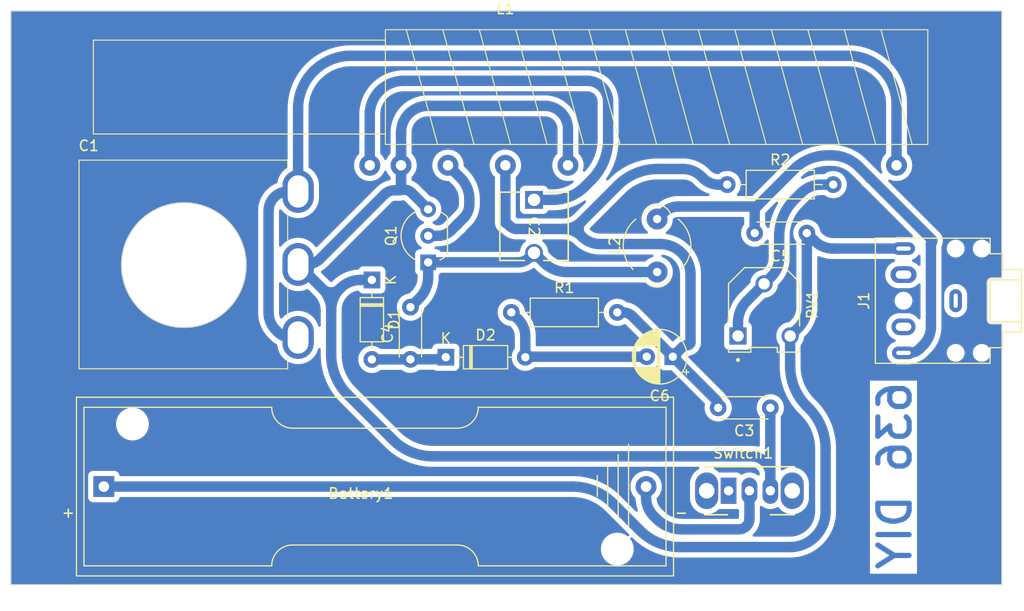
<source format=kicad_pcb>
(kicad_pcb (version 20221018) (generator pcbnew)
  (layers (0 "F.Cu" signal) (31 "B.Cu" signal) (34 "B.Paste" user) (35 "F.Paste" user) (36 "B.SilkS" user "B.Silkscreen") (37 "F.SilkS" user "F.Silkscreen") (38 "B.Mask" user) (39 "F.Mask" user) (44 "Edge.Cuts" user))
  (net 0 "")
  (net 1 "Net-(Battery1-+)")
  (net 2 "Net-(Battery1--)")
  (net 3 "Net-(C2-Pad1)")
  (net 4 "Net-(Q1-C)")
  (net 5 "GND")
  (net 6 "Net-(C3-Pad2)")
  (net 7 "Net-(D1-A)")
  (net 8 "Net-(C5-Pad2)")
  (net 9 "Net-(D2-A)")
  (net 10 "Net-(C1-Pad1)")
  (net 11 "Net-(Q1-B)")
  (net 12 "Net-(R2-Pad2)")
  (footprint "Capacitor_THT:C_Disc_D4.3mm_W1.9mm_P5.00mm" (layer "F.Cu") (at 158.1 125.25 180)
    (fp_text reference "C3" (at 2.5 -2.2) (layer "F.SilkS"))
    (fp_text value "103")
    (pad "1" thru_hole circle (at 0 0 180) (size 1.6 1.6) (drill 0.8) (layers "*.Cu" "*.Mask") (net 5 "GND"))
    (pad "2" thru_hole circle (at 5 0 180) (size 1.6 1.6) (drill 0.8) (layers "*.Cu" "*.Mask") (net 6 "Net-(C3-Pad2)"))
  )
  (footprint "Ferrite_THT:LairdTech_28C0236-0JW-10" (layer "F.Cu") (at 147.25 112.23 90)
    (fp_text reference "L2" (at 2.54 -4.064 90) (layer "F.SilkS"))
    (fp_text value "2.2mH")
    (pad "1" thru_hole circle (at 0 0 90) (size 2 2) (drill 0.8) (layers "*.Cu" "*.Mask") (net 4 "Net-(Q1-C)"))
    (pad "2" thru_hole circle (at 5.08 0 90) (size 2 2) (drill 0.8) (layers "*.Cu" "*.Mask") (net 8 "Net-(C5-Pad2)"))
  )
  (footprint "Button_Switch_THT:SW_CuK_OS102011MA1QN1_SPDT_Angled" (layer "F.Cu") (at 154.1 133.2)
    (fp_text reference "Switch1" (at 1.4 -3.6) (layer "F.SilkS"))
    (fp_text value "SW_SPDT")
    (pad "" thru_hole oval (at -2.1 0) (size 2.2 3.5) (drill 1.5) (layers "*.Cu" "*.Mask"))
    (pad "" thru_hole oval (at 6.1 0) (size 2.2 3.5) (drill 1.5) (layers "*.Cu" "*.Mask"))
    (pad "1" thru_hole rect (at 0 0) (size 1.5 2.5) (drill 0.9) (layers "*.Cu" "*.Mask"))
    (pad "2" thru_hole oval (at 2 0) (size 1.5 2.5) (drill 0.9) (layers "*.Cu" "*.Mask") (net 2 "Net-(Battery1--)"))
    (pad "3" thru_hole oval (at 4 0) (size 1.5 2.5) (drill 0.9) (layers "*.Cu" "*.Mask") (net 5 "GND"))
  )
  (footprint "Capacitor_THT:CP_Radial_D5.0mm_P2.50mm" (layer "F.Cu") (at 148.75 120.35 180)
    (fp_text reference "C6" (at 1.25 -3.75) (layer "F.SilkS"))
    (fp_text value "10uF")
    (pad "1" thru_hole rect (at 0 0 180) (size 1.6 1.6) (drill 0.8) (layers "*.Cu" "*.Mask") (net 6 "Net-(C3-Pad2)"))
    (pad "2" thru_hole circle (at 2.5 0 180) (size 1.6 1.6) (drill 0.8) (layers "*.Cu" "*.Mask") (net 9 "Net-(D2-A)"))
  )
  (footprint "Battery:BatteryHolder_Keystone_2460_1xAA" (layer "F.Cu") (at 94.2 132.8)
    (fp_text reference "Battery1" (at 24.6428 0.661 180) (layer "F.SilkS"))
    (fp_text value "1.5V")
    (fp_text user "-" (at 55.37 2.48) (layer "F.SilkS"))
    (fp_text user "+" (at -3.4 2.48) (layer "F.SilkS"))
    (pad "" np_thru_hole circle (at 2.75 -5.995 90) (size 2.64 2.64) (drill 2.64) (layers "*.Cu" "*.Mask"))
    (pad "" np_thru_hole circle (at 49.23 5.995) (size 2.64 2.64) (drill 2.64) (layers "*.Cu" "*.Mask"))
    (pad "1" thru_hole rect (at 0 0 180) (size 2 2) (drill 1.02) (layers "*.Cu" "*.Mask") (net 1 "Net-(Battery1-+)"))
    (pad "2" thru_hole circle (at 51.99 0 180) (size 2 2) (drill 1.02) (layers "*.Cu" "*.Mask") (net 2 "Net-(Battery1--)"))
  )
  (footprint "Capacitor_THT:C_Disc_D4.3mm_W1.9mm_P5.00mm" (layer "F.Cu") (at 161.6 108.5 180)
    (fp_text reference "C5" (at 2.5 -2.2) (layer "F.SilkS"))
    (fp_text value "102")
    (pad "1" thru_hole circle (at 0 0 180) (size 1.6 1.6) (drill 0.8) (layers "*.Cu" "*.Mask") (net 1 "Net-(Battery1-+)"))
    (pad "2" thru_hole circle (at 5 0 180) (size 1.6 1.6) (drill 0.8) (layers "*.Cu" "*.Mask") (net 8 "Net-(C5-Pad2)"))
  )
  (footprint "Inductor_THT:L_CommonMode_Toroid_Vertical_L43.2mm_W22.9mm_Px17.78mm_Py30.48mm_Bourns_8100" (layer "F.Cu") (at 132.7 94.5)
    (fp_text reference "L1" (at 0 -7.5) (layer "F.SilkS"))
    (fp_text value "~")
    (pad "1" thru_hole circle (at 37.5 7.5) (size 2 2) (drill 1) (layers "*.Cu" "*.Mask") (net 10 "Net-(C1-Pad1)"))
    (pad "2" thru_hole circle (at 6 7.5) (size 2 2) (drill 1) (layers "*.Cu" "*.Mask") (net 5 "GND"))
    (pad "3" thru_hole circle (at 0 7.5) (size 2 2) (drill 1) (layers "*.Cu" "*.Mask") (net 6 "Net-(C3-Pad2)"))
    (pad "4" thru_hole circle (at -5.5 7.5) (size 2 2) (drill 1) (layers "*.Cu" "*.Mask") (net 11 "Net-(Q1-B)"))
    (pad "5" thru_hole circle (at -10 7.5) (size 2 2) (drill 1) (layers "*.Cu" "*.Mask") (net 5 "GND"))
    (pad "6" thru_hole circle (at -13 7.5) (size 2 2) (drill 1) (layers "*.Cu" "*.Mask") (net 3 "Net-(C2-Pad1)"))
  )
  (footprint "Diode_THT:D_DO-35_SOD27_P7.62mm_Horizontal" (layer "F.Cu") (at 126.99 120.4)
    (fp_text reference "D2" (at 3.81 -2.12) (layer "F.SilkS"))
    (fp_text value "1N4148")
    (fp_text user "K" (at 0 -1.8) (layer "F.SilkS"))
    (pad "1" thru_hole rect (at 0 0) (size 1.6 1.6) (drill 0.8) (layers "*.Cu" "*.Mask") (net 7 "Net-(D1-A)"))
    (pad "2" thru_hole oval (at 7.62 0) (size 1.6 1.6) (drill 0.8) (layers "*.Cu" "*.Mask") (net 9 "Net-(D2-A)"))
  )
  (footprint "Package_TO_SOT_THT:TO-92_Inline_Wide" (layer "F.Cu") (at 125.3 111.3 90)
    (fp_text reference "Q1" (at 2.54 -3.56 90) (layer "F.SilkS"))
    (fp_text value "BC547/S9014")
    (pad "1" thru_hole rect (at 0 0 90) (size 1.5 1.5) (drill 0.8) (layers "*.Cu" "*.Mask") (net 4 "Net-(Q1-C)"))
    (pad "2" thru_hole circle (at 2.54 0 90) (size 1.5 1.5) (drill 0.8) (layers "*.Cu" "*.Mask") (net 11 "Net-(Q1-B)"))
    (pad "3" thru_hole circle (at 5.08 0 90) (size 1.5 1.5) (drill 0.8) (layers "*.Cu" "*.Mask") (net 5 "GND"))
  )
  (footprint "Rotary_Encoder:RotaryEncoder_Bourns_Vertical_PEC12R-3x17F-Sxxxx" (layer "F.Cu") (at 101.8286 111.506)
    (fp_text reference "C1" (at -9.0678 -11.3792 180) (layer "F.SilkS"))
    (fp_text value "CBM-223 ")
    (pad "1" thru_hole oval (at 11 -7 90) (size 4.1 3) (drill oval 3.1 2) (layers "*.Cu" "*.Mask") (net 10 "Net-(C1-Pad1)"))
    (pad "2" thru_hole oval (at 11 0 90) (size 4.1 3) (drill oval 3.1 2) (layers "*.Cu" "*.Mask") (net 5 "GND"))
    (pad "3" thru_hole oval (at 11 7 90) (size 4.1 3) (drill oval 3.1 2) (layers "*.Cu" "*.Mask") (net 10 "Net-(C1-Pad1)"))
  )
  (footprint "radio636footprints:TRIM_3306F-1-503" (layer "F.Cu") (at 157.5 115.8625 -90)
    (fp_text reference "RV1" (at -0.525 -4.625 90) (layer "F.SilkS"))
    (fp_text value "50k")
    (pad "1" thru_hole rect (at 2.5 2.5 270) (size 1.65 1.65) (drill 1.1) (layers "*.Cu" "*.Mask") (net 12 "Net-(R2-Pad2)"))
    (pad "2" thru_hole circle (at -2.5 0 270) (size 1.65 1.65) (drill 1.1) (layers "*.Cu" "*.Mask") (net 12 "Net-(R2-Pad2)"))
    (pad "3" thru_hole circle (at 2.5 -2.5 270) (size 1.65 1.65) (drill 1.1) (layers "*.Cu" "*.Mask") (net 1 "Net-(Battery1-+)"))
  )
  (footprint "Resistor_THT:R_Axial_DIN0207_L6.3mm_D2.5mm_P10.16mm_Horizontal" (layer "F.Cu") (at 133.27 116.1)
    (fp_text reference "R1" (at 5.08 -2.37) (layer "F.SilkS"))
    (fp_text value "10K")
    (pad "1" thru_hole circle (at 0 0) (size 1.6 1.6) (drill 0.8) (layers "*.Cu" "*.Mask") (net 9 "Net-(D2-A)"))
    (pad "2" thru_hole oval (at 10.16 0) (size 1.6 1.6) (drill 0.8) (layers "*.Cu" "*.Mask") (net 6 "Net-(C3-Pad2)"))
  )
  (footprint "radio636footprints:VCAP_GKGXXX15_SGM" (layer "F.Cu") (at 135.45 105.31 -90)
    (fp_text reference "C2" (at 2.54 0 -90 unlocked) (layer "F.SilkS"))
    (fp_text value "30p")
    (pad "1" thru_hole rect (at 0 0 270) (size 1.7018 1.7018) (drill 1.1938) (layers "*.Cu" "*.Mask") (net 3 "Net-(C2-Pad1)"))
    (pad "2" thru_hole circle (at 5.08 0 270) (size 1.7018 1.7018) (drill 1.1938) (layers "*.Cu" "*.Mask") (net 4 "Net-(Q1-C)"))
  )
  (footprint "Diode_THT:D_DO-35_SOD27_P7.62mm_Horizontal" (layer "F.Cu") (at 119.9 112.99 -90)
    (fp_text reference "D1" (at 3.81 -2.12 90) (layer "F.SilkS"))
    (fp_text value "1N4148")
    (fp_text user "K" (at 0 -1.8 90) (layer "F.SilkS"))
    (pad "1" thru_hole rect (at 0 0 270) (size 1.6 1.6) (drill 0.8) (layers "*.Cu" "*.Mask") (net 5 "GND"))
    (pad "2" thru_hole oval (at 7.62 0 270) (size 1.6 1.6) (drill 0.8) (layers "*.Cu" "*.Mask") (net 7 "Net-(D1-A)"))
  )
  (footprint "Resistor_THT:R_Axial_DIN0207_L6.3mm_D2.5mm_P10.16mm_Horizontal" (layer "F.Cu") (at 153.97 103.85)
    (fp_text reference "R2" (at 5.08 -2.37) (layer "F.SilkS"))
    (fp_text value "10K")
    (pad "1" thru_hole circle (at 0 0) (size 1.6 1.6) (drill 0.8) (layers "*.Cu" "*.Mask") (net 6 "Net-(C3-Pad2)"))
    (pad "2" thru_hole oval (at 10.16 0) (size 1.6 1.6) (drill 0.8) (layers "*.Cu" "*.Mask") (net 12 "Net-(R2-Pad2)"))
  )
  (footprint "Connector_Audio:Jack_3.5mm_CUI_SJ1-3525N_Horizontal" (layer "F.Cu") (at 175.8696 114.982 90)
    (fp_text reference "J1" (at 0 -8.8 90) (layer "F.SilkS"))
    (fp_text value "AudioJack2")
    (pad "" np_thru_hole circle (at -5 0 90) (size 1.2 1.2) (drill 1.2) (layers "F&B.Cu" "*.Mask"))
    (pad "" np_thru_hole circle (at -5 2.5 90) (size 1.2 1.2) (drill 1.2) (layers "F&B.Cu" "*.Mask"))
    (pad "" np_thru_hole circle (at 0 -5 90) (size 1.2 1.2) (drill 1.2) (layers "F&B.Cu" "*.Mask"))
    (pad "" np_thru_hole circle (at 5 0 90) (size 1.2 1.2) (drill 1.2) (layers "F&B.Cu" "*.Mask"))
    (pad "" np_thru_hole circle (at 5 2.5 90) (size 1.2 1.2) (drill 1.2) (layers "F&B.Cu" "*.Mask"))
    (pad "R" thru_hole oval (at -5 -5 90) (size 1.2 2.2) (drill oval 0.4 1.4) (layers "*.Cu" "*.Mask") (net 8 "Net-(C5-Pad2)"))
    (pad "RN" thru_hole oval (at -2.5 -5 90) (size 1.6 2.3) (drill oval 0.8 1.5) (layers "*.Cu" "*.Mask"))
    (pad "S" thru_hole oval (at 0 0 90) (size 2.2 1.2) (drill oval 1.4 0.4) (layers "*.Cu" "*.Mask"))
    (pad "T" thru_hole oval (at 5 -5 270) (size 1.2 2.2) (drill oval 0.4 1.4) (layers "*.Cu" "*.Mask") (net 1 "Net-(Battery1-+)"))
    (pad "TN" thru_hole oval (at 2.5 -5 270) (size 1.6 2.5) (drill oval 0.8 1.5) (layers "*.Cu" "*.Mask"))
  )
  (footprint "Capacitor_THT:C_Disc_D4.3mm_W1.9mm_P5.00mm" (layer "F.Cu") (at 123.6 120.6 90)
    (fp_text reference "C4" (at 2.5 -2.2 90) (layer "F.SilkS"))
    (fp_text value "271")
    (pad "1" thru_hole circle (at 0 0 90) (size 1.6 1.6) (drill 0.8) (layers "*.Cu" "*.Mask") (net 7 "Net-(D1-A)"))
    (pad "2" thru_hole circle (at 5 0 90) (size 1.6 1.6) (drill 0.8) (layers "*.Cu" "*.Mask") (net 4 "Net-(Q1-C)"))
  )
  (gr_line (start 180.2892 112.7956) (end 180.2892 87.1956) (stroke (width 0.1)) (layer "Edge.Cuts"))
  (gr_arc (start 178.895479 113.195667) (mid 179.011666 112.91624) (end 179.2892 112.7956) (stroke (width 0.1)) (layer "Edge.Cuts"))
  (gr_line (start 179.289182 117.201626) (end 180.2892 117.1956) (stroke (width 0.1)) (layer "Edge.Cuts"))
  (gr_line (start 180.2892 112.7956) (end 179.2892 112.7956) (stroke (width 0.1)) (layer "Edge.Cuts"))
  (gr_line (start 85.2892 87.1956) (end 85.2892 142.1956) (stroke (width 0.1)) (layer "Edge.Cuts"))
  (gr_line (start 178.8892 113.1956) (end 178.8892 116.7956) (stroke (width 0.1)) (layer "Edge.Cuts"))
  (gr_arc (start 179.289182 117.201626) (mid 179.004569 117.081975) (end 178.889201 116.7956) (stroke (width 0.1)) (layer "Edge.Cuts"))
  (gr_circle (center 101.875 111.568362) (end 106.575 115.268362) (stroke (width 0.1)) (fill none) (layer "Edge.Cuts"))
  (gr_line (start 180.2892 142.1956) (end 180.2892 117.1956) (stroke (width 0.1)) (layer "Edge.Cuts"))
  (gr_line (start 180.2892 87.1956) (end 85.2892 87.1956) (stroke (width 0.1)) (layer "Edge.Cuts"))
  (gr_line (start 85.2892 142.1956) (end 180.2892 142.1956) (stroke (width 0.1)) (layer "Edge.Cuts"))
  (gr_text "636 DIY" (at 171.8 122.5 90) (layer "B.Cu") (effects (font (size 3 3) (thickness 0.5) bold) (justify left bottom mirror)))
  (segment (start 142.993792 134.393792) (end 145.606207 137.006207) (width 1) (layer "B.Cu") (net 1))
  (segment (start 161.6 109.023966) (end 161.6 115.631129) (width 1) (layer "B.Cu") (net 1))
  (segment (start 164.129932 109.982) (end 170.8696 109.982) (width 1) (layer "B.Cu") (net 1))
  (segment (start 160.8 117.5625) (end 160.4 117.9625) (width 1) (layer "B.Cu") (net 1))
  (segment (start 160 121.246036) (end 160 118.928185) (width 1) (layer "B.Cu") (net 1))
  (segment (start 149.453963 138.6) (end 159.985786 138.6) (width 1) (layer "B.Cu") (net 1))
  (segment (start 163.4 135.185786) (end 163.4 129.153963) (width 1) (layer "B.Cu") (net 1))
  (segment (start 161.593792 125.093792) (end 161.806207 125.306207) (width 1) (layer "B.Cu") (net 1))
  (segment (start 161.9705 108.8705) (end 162.341 109.241) (width 1) (layer "B.Cu") (net 1))
  (segment (start 139.146036 132.8) (end 94.2 132.8) (width 1) (layer "B.Cu") (net 1))
  (arc (start 162.341 109.241) (mid 163.161769 109.78942) (end 164.129932 109.982) (width 1) (layer "B.Cu") (net 1))
  (arc (start 149.453963 138.6) (mid 147.371572 138.185786) (end 145.606207 137.006207) (width 1) (layer "B.Cu") (net 1))
  (arc (start 139.146036 132.8) (mid 141.228426 133.214213) (end 142.993792 134.393792) (width 1) (layer "B.Cu") (net 1))
  (arc (start 163.4 135.185786) (mid 163.140108 136.492349) (end 162.4 137.6) (width 1) (layer "B.Cu") (net 1))
  (arc (start 161.593792 125.093792) (mid 160.414213 123.328426) (end 160 121.246036) (width 1) (layer "B.Cu") (net 1))
  (arc (start 160.4 117.9625) (mid 160.103956 118.40556) (end 160 118.928185) (width 1) (layer "B.Cu") (net 1))
  (arc (start 160.8 117.5625) (mid 161.392086 116.676379) (end 161.6 115.631129) (width 1) (layer "B.Cu") (net 1))
  (arc (start 161.9705 108.8705) (mid 161.733978 108.823452) (end 161.6 109.023966) (width 1) (layer "B.Cu") (net 1))
  (arc (start 162.4 137.6) (mid 161.292349 138.340108) (end 159.985786 138.6) (width 1) (layer "B.Cu") (net 1))
  (arc (start 163.4 129.153963) (mid 162.985786 127.071572) (end 161.806207 125.306207) (width 1) (layer "B.Cu") (net 1))
  (segment (start 146.19 133.845) (end 146.19 132.8) (width 1) (layer "B.Cu") (net 2))
  (segment (start 156.1 135.875735) (end 156.1 133.2) (width 1) (layer "B.Cu") (net 2))
  (segment (start 146.928926 135.628926) (end 147.195 135.895) (width 1) (layer "B.Cu") (net 2))
  (segment (start 149.621284 136.9) (end 155.075735 136.9) (width 1) (layer "B.Cu") (net 2))
  (arc (start 146.19 133.845) (mid 146.38204 134.810453) (end 146.928926 135.628926) (width 1) (layer "B.Cu") (net 2))
  (arc (start 155.8 136.6) (mid 155.467704 136.822032) (end 155.075735 136.9) (width 1) (layer "B.Cu") (net 2))
  (arc (start 149.621284 136.9) (mid 148.308188 136.638809) (end 147.195 135.895) (width 1) (layer "B.Cu") (net 2))
  (arc (start 156.1 135.875735) (mid 156.022032 136.267704) (end 155.8 136.6) (width 1) (layer "B.Cu") (net 2))
  (segment (start 142.55 99.546036) (end 142.55 95.899998) (width 1) (layer "B.Cu") (net 3))
  (segment (start 119.7 97.143502) (end 119.7 102) (width 1) (layer "B.Cu") (net 3))
  (segment (start 140.956207 103.393792) (end 140.309256 104.040742) (width 1) (layer "B.Cu") (net 3))
  (segment (start 137.245 105.31) (end 135.45 105.31) (width 1) (layer "B.Cu") (net 3))
  (segment (start 122.943502 93.9) (end 140.550001 93.9) (width 1) (layer "B.Cu") (net 3))
  (arc (start 120.65 94.85) (mid 119.946896 95.902267) (end 119.7 97.143502) (width 1) (layer "B.Cu") (net 3))
  (arc (start 142.55 99.546036) (mid 142.135786 101.628426) (end 140.956207 103.393792) (width 1) (layer "B.Cu") (net 3))
  (arc (start 137.245 105.31) (mid 138.903363 104.98013) (end 140.309256 104.040742) (width 1) (layer "B.Cu") (net 3))
  (arc (start 140.550001 93.9) (mid 141.964213 94.485785) (end 142.55 95.899998) (width 1) (layer "B.Cu") (net 3))
  (arc (start 122.943502 93.9) (mid 121.702267 94.146896) (end 120.65 94.85) (width 1) (layer "B.Cu") (net 3))
  (segment (start 135.905 110.845) (end 136.37 111.31) (width 1) (layer "B.Cu") (net 4))
  (segment (start 125.3 111.3) (end 133.896532 111.3) (width 1) (layer "B.Cu") (net 4))
  (segment (start 138.591076 112.23) (end 147.25 112.23) (width 1) (layer "B.Cu") (net 4))
  (segment (start 125.3 111.3) (end 125.3 112.697918) (width 1) (layer "B.Cu") (net 4))
  (segment (start 124.45 114.75) (end 123.6 115.6) (width 1) (layer "B.Cu") (net 4))
  (arc (start 134.995 110.845) (mid 134.491018 111.181749) (end 133.896532 111.3) (width 1) (layer "B.Cu") (net 4))
  (arc (start 134.995 110.845) (mid 135.45 110.656532) (end 135.905 110.845) (width 1) (layer "B.Cu") (net 4))
  (arc (start 124.45 114.75) (mid 125.079092 113.808496) (end 125.3 112.697918) (width 1) (layer "B.Cu") (net 4))
  (arc (start 138.591076 112.23) (mid 137.389038 111.990899) (end 136.37 111.31) (width 1) (layer "B.Cu") (net 4))
  (segment (start 156.307537 129.9) (end 125.753963 129.9) (width 1) (layer "B.Cu") (net 5))
  (segment (start 116 115.870571) (end 116 120.146036) (width 1) (layer "B.Cu") (net 5))
  (segment (start 125.26066 96.3) (end 136.480761 96.3) (width 1) (layer "B.Cu") (net 5))
  (segment (start 138.7 98.519238) (end 138.7 102) (width 1) (layer "B.Cu") (net 5))
  (segment (start 116.905127 113.772272) (end 116.843699 113.833699) (width 1) (layer "B.Cu") (net 5))
  (segment (start 158.1 133.2) (end 158.1 131.692462) (width 1) (layer "B.Cu") (net 5))
  (segment (start 122.65 104.35) (end 123.04 104.35) (width 1) (layer "B.Cu") (net 5))
  (segment (start 122.7 103) (end 122.7 102) (width 1) (layer "B.Cu") (net 5))
  (segment (start 115.1563 113.8337) (end 113.105326 111.782726) (width 1) (layer "B.Cu") (net 5))
  (segment (start 118.7937 112.99) (end 119.9 112.99) (width 1) (layer "B.Cu") (net 5))
  (segment (start 122.7 99.06967) (end 122.7 100) (width 1) (layer "B.Cu") (net 5))
  (segment (start 122.7 102) (end 122.7 100) (width 1) (layer "B.Cu") (net 5))
  (segment (start 122.7 100) (end 122.7 102) (width 1) (layer "B.Cu") (net 5))
  (segment (start 113.21995 111.506) (end 113.6113 111.506) (width 1) (layer "B.Cu") (net 5))
  (segment (start 123.705771 104.625771) (end 125.3 106.22) (width 1) (layer "B.Cu") (net 5))
  (segment (start 114.947452 110.952547) (end 121.111091 104.788908) (width 1) (layer "B.Cu") (net 5))
  (segment (start 158.1 133.2) (end 158.1 125.25) (width 1) (layer "B.Cu") (net 5))
  (segment (start 122.7 103) (end 122.7 104.229289) (width 1) (layer "B.Cu") (net 5))
  (segment (start 122.7 98.93033) (end 122.7 99.06967) (width 1) (layer "B.Cu") (net 5))
  (segment (start 122.7 103) (end 122.7 104.321522) (width 1) (layer "B.Cu") (net 5))
  (segment (start 122.7 103) (end 122.7 102) (width 1) (layer "B.Cu") (net 5))
  (segment (start 121.906207 128.306207) (end 117.593792 123.993792) (width 1) (layer "B.Cu") (net 5))
  (segment (start 122.05 104.4) (end 122.529289 104.4) (width 1) (layer "B.Cu") (net 5))
  (segment (start 122.7 98.93033) (end 122.7 98.86066) (width 1) (layer "B.Cu") (net 5))
  (arc (start 122.05 104.4) (mid 121.541866 104.501073) (end 121.111091 104.788908) (width 1) (layer "B.Cu") (net 5))
  (arc (start 118.7937 112.99) (mid 117.771611 113.193305) (end 116.905127 113.772272) (width 1) (layer "B.Cu") (net 5))
  (arc (start 123.45 97.05) (mid 122.894918 97.880737) (end 122.7 98.86066) (width 1) (layer "B.Cu") (net 5))
  (arc (start 116 115.870571) (mid 115.780729 114.768224) (end 115.1563 113.8337) (width 1) (layer "B.Cu") (net 5))
  (arc (start 123.705771 104.625771) (mid 123.400312 104.42167) (end 123.04 104.35) (width 1) (layer "B.Cu") (net 5))
  (arc (start 138.05 96.95) (mid 137.330027 96.468929) (end 136.480761 96.3) (width 1) (layer "B.Cu") (net 5))
  (arc (start 116 120.146036) (mid 116.414213 122.228426) (end 117.593792 123.993792) (width 1) (layer "B.Cu") (net 5))
  (arc (start 113.21995 111.506) (mid 113.070186 111.606068) (end 113.105326 111.782726) (width 1) (layer "B.Cu") (net 5))
  (arc (start 156.307537 129.9) (mid 156.993483 130.036443) (end 157.575 130.425) (width 1) (layer "B.Cu") (net 5))
  (arc (start 122.65 104.35) (mid 122.594617 104.387005) (end 122.529289 104.4) (width 1) (layer "B.Cu") (net 5))
  (arc (start 122.7 103) (mid 122.7 103) (end 122.7 103) (width 1) (layer "B.Cu") (net 5))
  (arc (start 122.65 104.35) (mid 122.687005 104.294617) (end 122.7 104.229289) (width 1) (layer "B.Cu") (net 5))
  (arc (start 116 115.870571) (mid 116.21927 114.768224) (end 116.843699 113.833699) (width 1) (layer "B.Cu") (net 5))
  (arc (start 138.05 96.95) (mid 138.53107 97.669972) (end 138.7 98.519238) (width 1) (layer "B.Cu") (net 5))
  (arc (start 121.906207 128.306207) (mid 123.671572 129.485786) (end 125.753963 129.9) (width 1) (layer "B.Cu") (net 5))
  (arc (start 122.7 102) (mid 122.7 102) (end 122.7 102) (width 1) (layer "B.Cu") (net 5))
  (arc (start 114.947452 110.952547) (mid 114.33442 111.362162) (end 113.6113 111.506) (width 1) (layer "B.Cu") (net 5))
  (arc (start 158.1 131.692462) (mid 157.963556 131.006516) (end 157.575 130.425) (width 1) (layer "B.Cu") (net 5))
  (arc (start 116.843699 113.833699) (mid 115.999999 114.183171) (end 115.1563 113.8337) (width 1) (layer "B.Cu") (net 5))
  (arc (start 125.26066 96.3) (mid 124.280737 96.494918) (end 123.45 97.05) (width 1) (layer "B.Cu") (net 5))
  (segment (start 144.878302 116.478302) (end 148.75 120.35) (width 1) (layer "B.Cu") (net 6))
  (segment (start 151.52 103.1) (end 151.668959 103.248959) (width 1) (layer "B.Cu") (net 6))
  (segment (start 141.775304 109.55) (end 147.547918 109.55) (width 1) (layer "B.Cu") (net 6))
  (segment (start 147.303963 102.35) (end 149.709339 102.35) (width 1) (layer "B.Cu") (net 6))
  (segment (start 153.12 103.85) (end 153.97 103.85) (width 1) (layer "B.Cu") (net 6))
  (segment (start 150.45 118.95) (end 150.45 112.452081) (width 1) (layer "B.Cu") (net 6))
  (segment (start 143.965 116.1) (end 143.43 116.1) (width 1) (layer "B.Cu") (net 6))
  (segment (start 132.903033 107.603033) (end 133.125 107.825) (width 1) (layer "B.Cu") (net 6))
  (segment (start 132.7 107.475) (end 132.7 102) (width 1) (layer "B.Cu") (net 6))
  (segment (start 140.025 107.375) (end 143.456207 103.943792) (width 1) (layer "B.Cu") (net 6))
  (segment (start 138.274695 108.1) (end 133.788908 108.1) (width 1) (layer "B.Cu") (net 6))
  (segment (start 152.905545 124.505545) (end 148.75 120.35) (width 1) (layer "B.Cu") (net 6))
  (segment (start 149.637867 119.462132) (end 148.75 120.35) (width 1) (layer "B.Cu") (net 6))
  (segment (start 153.1 124.975) (end 153.1 125.25) (width 1) (layer "B.Cu") (net 6))
  (arc (start 150.15 119.25) (mid 149.872835 119.305131) (end 149.637867 119.462132) (width 1) (layer "B.Cu") (net 6))
  (arc (start 133.125 107.825) (mid 133.429603 108.028529) (end 133.788908 108.1) (width 1) (layer "B.Cu") (net 6))
  (arc (start 147.303963 102.35) (mid 145.221572 102.764213) (end 143.456207 103.943792) (width 1) (layer "B.Cu") (net 6))
  (arc (start 152.905545 124.505545) (mid 153.049462 124.720932) (end 153.1 124.975) (width 1) (layer "B.Cu") (net 6))
  (arc (start 132.7 107.475) (mid 132.721966 107.528033) (end 132.775 107.55) (width 1) (layer "B.Cu") (net 6))
  (arc (start 151.668959 103.248959) (mid 152.334702 103.693794) (end 153.12 103.85) (width 1) (layer "B.Cu") (net 6))
  (arc (start 138.274695 108.1) (mid 139.221953 108.288421) (end 140.025 108.825) (width 1) (layer "B.Cu") (net 6))
  (arc (start 150.15 119.25) (mid 150.362132 119.162132) (end 150.45 118.95) (width 1) (layer "B.Cu") (net 6))
  (arc (start 144.878302 116.478302) (mid 144.459275 116.198317) (end 143.965 116.1) (width 1) (layer "B.Cu") (net 6))
  (arc (start 147.547918 109.55) (mid 148.658496 109.770907) (end 149.6 110.4) (width 1) (layer "B.Cu") (net 6))
  (arc (start 132.903033 107.603033) (mid 132.84429 107.563782) (end 132.775 107.55) (width 1) (layer "B.Cu") (net 6))
  (arc (start 150.45 112.452081) (mid 150.229092 111.341502) (end 149.6 110.4) (width 1) (layer "B.Cu") (net 6))
  (arc (start 141.775304 109.55) (mid 140.828046 109.361578) (end 140.025 108.825) (width 1) (layer "B.Cu") (net 6))
  (arc (start 151.52 103.1) (mid 150.689261 102.544918) (end 149.709339 102.35) (width 1) (layer "B.Cu") (net 6))
  (arc (start 140.025 107.375) (mid 139.724695 108.1) (end 140.025 108.825) (width 1) (layer "B.Cu") (net 6))
  (arc (start 140.025 107.375) (mid 139.221953 107.911578) (end 138.274695 108.1) (width 1) (layer "B.Cu") (net 6))
  (segment (start 126.89 120.5) (end 126.99 120.4) (width 1) (layer "B.Cu") (net 7))
  (segment (start 123.607071 120.6) (end 126.648578 120.6) (width 1) (layer "B.Cu") (net 7))
  (segment (start 123.582928 120.61) (end 119.9 120.61) (width 1) (layer "B.Cu") (net 7))
  (arc (start 123.582928 120.61) (mid 123.589461 120.6087) (end 123.595 120.605) (width 1) (layer "B.Cu") (net 7))
  (arc (start 126.648578 120.6) (mid 126.779234 120.57401) (end 126.89 120.5) (width 1) (layer "B.Cu") (net 7))
  (arc (start 123.607071 120.6) (mid 123.600538 120.601299) (end 123.595 120.605) (width 1) (layer "B.Cu") (net 7))
  (segment (start 172.42402 119.575979) (end 172.759 119.241) (width 1) (layer "B.Cu") (net 8))
  (segment (start 173.5975 109.1475) (end 167.717677 103.267677) (width 1) (layer "B.Cu") (net 8))
  (segment (start 156.899999 105.849999) (end 156.7 106.05) (width 1) (layer "B.Cu") (net 8))
  (segment (start 163.97972 101.05) (end 163.6 101.05) (width 1) (layer "B.Cu") (net 8))
  (segment (start 149.298528 105.95) (end 156.658578 105.95) (width 1) (layer "B.Cu") (net 8))
  (segment (start 171.4438 119.982) (end 170.8696 119.982) (width 1) (layer "B.Cu") (net 8))
  (segment (start 156.899999 105.849999) (end 160.356497 102.393502) (width 1) (layer "B.Cu") (net 8))
  (segment (start 147.85 106.55) (end 147.25 107.15) (width 1) (layer "B.Cu") (net 8))
  (segment (start 173.5 117.452067) (end 173.5 109.577885) (width 1) (layer "B.Cu") (net 8))
  (segment (start 156.6 106.291421) (end 156.6 108.5) (width 1) (layer "B.Cu") (net 8))
  (segment (start 167.632322 103.182322) (end 166.575 102.125) (width 1) (layer "B.Cu") (net 8))
  (arc (start 156.7 106.05) (mid 156.712698 105.986161) (end 156.658578 105.95) (width 1) (layer "B.Cu") (net 8))
  (arc (start 173.5975 109.3425) (mid 173.525339 109.450495) (end 173.5 109.577885) (width 1) (layer "B.Cu") (net 8))
  (arc (start 167.675 103.25) (mid 167.698096 103.254594) (end 167.717677 103.267677) (width 1) (layer "B.Cu") (net 8))
  (arc (start 160.356497 102.393502) (mid 161.844628 101.399164) (end 163.6 101.05) (width 1) (layer "B.Cu") (net 8))
  (arc (start 167.632322 103.182322) (mid 167.645405 103.201902) (end 167.65 103.225) (width 1) (layer "B.Cu") (net 8))
  (arc (start 167.675 103.25) (mid 167.657322 103.242677) (end 167.65 103.225) (width 1) (layer "B.Cu") (net 8))
  (arc (start 156.6 106.291421) (mid 156.625989 106.160764) (end 156.7 106.05) (width 1) (layer "B.Cu") (net 8))
  (arc (start 163.97972 101.05) (mid 165.384275 101.329383) (end 166.575 102.125) (width 1) (layer "B.Cu") (net 8))
  (arc (start 172.759 119.241) (mid 173.30742 118.42023) (end 173.5 117.452067) (width 1) (layer "B.Cu") (net 8))
  (arc (start 172.42402 119.575979) (mid 171.974291 119.876478) (end 171.4438 119.982) (width 1) (layer "B.Cu") (net 8))
  (arc (start 156.899999 105.849999) (mid 156.789234 105.92401) (end 156.658578 105.95) (width 1) (layer "B.Cu") (net 8))
  (arc (start 147.85 106.55) (mid 148.51459 106.105934) (end 149.298528 105.95) (width 1) (layer "B.Cu") (net 8))
  (arc (start 173.5975 109.1475) (mid 173.637885 109.245) (end 173.5975 109.3425) (width 1) (layer "B.Cu") (net 8))
  (segment (start 133.94 116.77) (end 133.27 116.1) (width 1) (layer "B.Cu") (net 9))
  (segment (start 134.61 118.387523) (end 134.61 120.364644) (width 1) (layer "B.Cu") (net 9))
  (segment (start 134.695355 120.35) (end 146.25 120.35) (width 1) (layer "B.Cu") (net 9))
  (arc (start 133.94 116.77) (mid 134.435872 117.512125) (end 134.61 118.387523) (width 1) (layer "B.Cu") (net 9))
  (arc (start 134.635 120.375) (mid 134.61904 120.378174) (end 134.61 120.364644) (width 1) (layer "B.Cu") (net 9))
  (arc (start 134.635 120.375) (mid 134.662691 120.356497) (end 134.695355 120.35) (width 1) (layer "B.Cu") (net 9))
  (segment (start 170.2 96.109188) (end 170.2 102) (width 1) (layer "B.Cu") (net 10))
  (segment (start 112.1173 118.506) (end 112.8286 118.506) (width 1) (layer "B.Cu") (net 10))
  (segment (start 112.8286 103.6387) (end 112.8286 96.572497) (width 1) (layer "B.Cu") (net 10))
  (segment (start 111.9613 104.506) (end 111.867574 104.506) (width 1) (layer "B.Cu") (net 10))
  (segment (start 165.590811 91.5) (end 117.901097 91.5) (width 1) (layer "B.Cu") (net 10))
  (segment (start 110 106.373574) (end 110 116.105807) (width 1) (layer "B.Cu") (net 10))
  (segment (start 110.703 117.803) (end 110.903034 118.003034) (width 1) (layer "B.Cu") (net 10))
  (arc (start 110.703 117.803) (mid 110.182703 117.024321) (end 110 116.105807) (width 1) (layer "B.Cu") (net 10))
  (arc (start 168.85 92.85) (mid 169.849146 94.345328) (end 170.2 96.109188) (width 1) (layer "B.Cu") (net 10))
  (arc (start 114.3143 92.9857) (mid 115.959936 91.88612) (end 117.901097 91.5) (width 1) (layer "B.Cu") (net 10))
  (arc (start 110.547 105.053) (mid 110.14216 105.658884) (end 110 106.373574) (width 1) (layer "B.Cu") (net 10))
  (arc (start 110.903034 118.003034) (mid 111.460144 118.375283) (end 112.1173 118.506) (width 1) (layer "B.Cu") (net 10))
  (arc (start 114.3143 92.9857) (mid 113.21472 94.631336) (end 112.8286 96.572497) (width 1) (layer "B.Cu") (net 10))
  (arc (start 165.590811 91.5) (mid 167.354671 91.850853) (end 168.85 92.85) (width 1) (layer "B.Cu") (net 10))
  (arc (start 111.9613 104.506) (mid 112.574573 104.251973) (end 112.8286 103.6387) (width 1) (layer "B.Cu") (net 10))
  (arc (start 110.547 105.053) (mid 111.152884 104.64816) (end 111.867574 104.506) (width 1) (layer "B.Cu") (net 10))
  (segment (start 128.383794 103.183794) (end 127.2 102) (width 1) (layer "B.Cu") (net 11))
  (segment (start 128.1 107.675) (end 128.1 107.643198) (width 1) (layer "B.Cu") (net 11))
  (segment (start 126.240466 108.76) (end 125.3 108.76) (width 1) (layer "B.Cu") (net 11))
  (segment (start 128.032322 107.717677) (end 127.52 108.23) (width 1) (layer "B.Cu") (net 11))
  (segment (start 128.681801 107.068197) (end 128.118413 107.631586) (width 1) (layer "B.Cu") (net 11))
  (segment (start 129.25 105.275) (end 129.25 105.696446) (width 1) (layer "B.Cu") (net 11))
  (arc (start 127.52 108.23) (mid 126.932944 108.622257) (end 126.240466 108.76) (width 1) (layer "B.Cu") (net 11))
  (arc (start 128.075 107.7) (mid 128.051902 107.704594) (end 128.032322 107.717677) (width 1) (layer "B.Cu") (net 11))
  (arc (start 128.1 107.675) (mid 128.092677 107.692677) (end 128.075 107.7) (width 1) (layer "B.Cu") (net 11))
  (arc (start 128.383794 103.183794) (mid 129.02488 104.143247) (end 129.25 105.275) (width 1) (layer "B.Cu") (net 11))
  (arc (start 128.106802 107.636396) (mid 128.101992 107.638388) (end 128.1 107.643198) (width 1) (layer "B.Cu") (net 11))
  (arc (start 128.118413 107.631586) (mid 128.113086 107.635145) (end 128.106802 107.636396) (width 1) (layer "B.Cu") (net 11))
  (arc (start 129.25 105.696446) (mid 129.102329 106.438832) (end 128.681801 107.068197) (width 1) (layer "B.Cu") (net 11))
  (segment (start 155.883883 114.978616) (end 157.137499 113.724999) (width 1) (layer "B.Cu") (net 12))
  (segment (start 155 117.1125) (end 155 118.3625) (width 1) (layer "B.Cu") (net 12))
  (segment (start 157.8625 113) (end 157.137499 113.724999) (width 1) (layer "B.Cu") (net 12))
  (segment (start 158.225 112.6375) (end 157.8625 113) (width 1) (layer "B.Cu") (net 12))
  (segment (start 158.95 108.800609) (end 158.95 110.887195) (width 1) (layer "B.Cu") (net 12))
  (segment (start 162.99 103.85) (end 164.13 103.85) (width 1) (layer "B.Cu") (net 12))
  (segment (start 160.399999 105.299999) (end 161.043898 104.656101) (width 1) (layer "B.Cu") (net 12))
  (arc (start 158.95 108.800609) (mid 159.326842 106.906092) (end 160.399999 105.299999) (width 1) (layer "B.Cu") (net 12))
  (arc (start 162.99 103.85) (mid 161.936777 104.059498) (end 161.043898 104.656101) (width 1) (layer "B.Cu") (net 12))
  (arc (start 155.883883 114.978616) (mid 155.229713 115.95765) (end 155 117.1125) (width 1) (layer "B.Cu") (net 12))
  (arc (start 158.225 112.6375) (mid 158.761578 111.834453) (end 158.95 110.887195) (width 1) (layer "B.Cu") (net 12))
  (zone (net 0) (net_name "") (layer "B.Cu") (connect_pads (clearance 0.5)) (min_thickness 0.25) (fill yes (thermal_gap 0.5) (thermal_bridge_width 0.5) (island_removal_mode 1) (island_area_min 10))
    (polygon (pts (xy 181.5 86.75) (xy 181.5 144.75) (xy 84.25 143.5) (xy 84.25 86.75)))
  )
)
</source>
